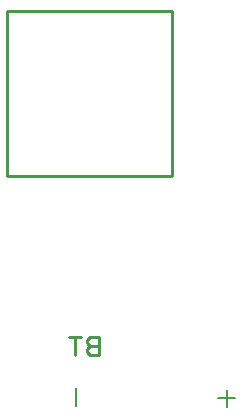
<source format=gbo>
G04*
G04 #@! TF.GenerationSoftware,Altium Limited,Altium Designer,20.0.14 (345)*
G04*
G04 Layer_Color=32896*
%FSLAX25Y25*%
%MOIN*%
G70*
G01*
G75*
%ADD14C,0.00500*%
%ADD15C,0.01000*%
D14*
X204500Y103961D02*
Y109866D01*
X251665Y106520D02*
X257571D01*
X254618Y103567D02*
Y109472D01*
X204500Y103961D02*
Y109866D01*
X251665Y106520D02*
X257571D01*
X254618Y103567D02*
Y109472D01*
D15*
X236500Y208000D02*
Y235500D01*
X181500D02*
X236500D01*
X181500Y180500D02*
Y235500D01*
Y180500D02*
X236500D01*
Y208000D01*
X212100Y126898D02*
Y120900D01*
X209101D01*
X208101Y121900D01*
Y122899D01*
X209101Y123899D01*
X212100D01*
X209101D01*
X208101Y124899D01*
Y125898D01*
X209101Y126898D01*
X212100D01*
X206102D02*
X202103D01*
X204103D01*
Y120900D01*
M02*

</source>
